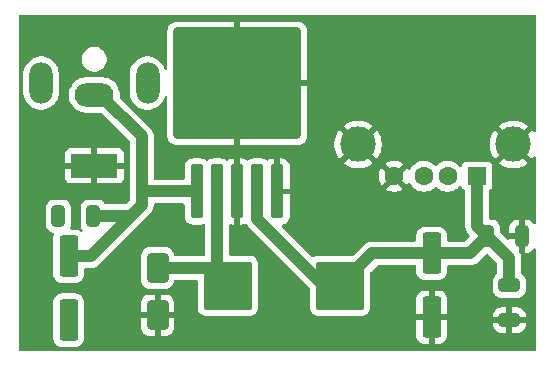
<source format=gbr>
%TF.GenerationSoftware,KiCad,Pcbnew,9.0.3*%
%TF.CreationDate,2025-10-14T12:27:29+02:00*%
%TF.ProjectId,TEST_JLC_PCB,54455354-5f4a-44c4-935f-5043422e6b69,rev?*%
%TF.SameCoordinates,Original*%
%TF.FileFunction,Copper,L1,Top*%
%TF.FilePolarity,Positive*%
%FSLAX46Y46*%
G04 Gerber Fmt 4.6, Leading zero omitted, Abs format (unit mm)*
G04 Created by KiCad (PCBNEW 9.0.3) date 2025-10-14 12:27:29*
%MOMM*%
%LPD*%
G01*
G04 APERTURE LIST*
G04 Aperture macros list*
%AMRoundRect*
0 Rectangle with rounded corners*
0 $1 Rounding radius*
0 $2 $3 $4 $5 $6 $7 $8 $9 X,Y pos of 4 corners*
0 Add a 4 corners polygon primitive as box body*
4,1,4,$2,$3,$4,$5,$6,$7,$8,$9,$2,$3,0*
0 Add four circle primitives for the rounded corners*
1,1,$1+$1,$2,$3*
1,1,$1+$1,$4,$5*
1,1,$1+$1,$6,$7*
1,1,$1+$1,$8,$9*
0 Add four rect primitives between the rounded corners*
20,1,$1+$1,$2,$3,$4,$5,0*
20,1,$1+$1,$4,$5,$6,$7,0*
20,1,$1+$1,$6,$7,$8,$9,0*
20,1,$1+$1,$8,$9,$2,$3,0*%
G04 Aperture macros list end*
%TA.AperFunction,SMDPad,CuDef*%
%ADD10RoundRect,0.250000X0.325000X0.650000X-0.325000X0.650000X-0.325000X-0.650000X0.325000X-0.650000X0*%
%TD*%
%TA.AperFunction,ComponentPad*%
%ADD11R,1.600000X1.500000*%
%TD*%
%TA.AperFunction,ComponentPad*%
%ADD12C,1.600000*%
%TD*%
%TA.AperFunction,ComponentPad*%
%ADD13C,3.000000*%
%TD*%
%TA.AperFunction,SMDPad,CuDef*%
%ADD14RoundRect,0.250000X-0.550000X1.500000X-0.550000X-1.500000X0.550000X-1.500000X0.550000X1.500000X0*%
%TD*%
%TA.AperFunction,ComponentPad*%
%ADD15R,4.000000X2.000000*%
%TD*%
%TA.AperFunction,ComponentPad*%
%ADD16O,3.300000X2.000000*%
%TD*%
%TA.AperFunction,ComponentPad*%
%ADD17O,2.000000X3.500000*%
%TD*%
%TA.AperFunction,SMDPad,CuDef*%
%ADD18RoundRect,0.250000X-0.650000X0.325000X-0.650000X-0.325000X0.650000X-0.325000X0.650000X0.325000X0*%
%TD*%
%TA.AperFunction,SMDPad,CuDef*%
%ADD19RoundRect,0.250002X1.799998X1.799998X-1.799998X1.799998X-1.799998X-1.799998X1.799998X-1.799998X0*%
%TD*%
%TA.AperFunction,SMDPad,CuDef*%
%ADD20RoundRect,0.250000X0.300000X-2.050000X0.300000X2.050000X-0.300000X2.050000X-0.300000X-2.050000X0*%
%TD*%
%TA.AperFunction,SMDPad,CuDef*%
%ADD21RoundRect,0.250002X5.149998X-4.449998X5.149998X4.449998X-5.149998X4.449998X-5.149998X-4.449998X0*%
%TD*%
%TA.AperFunction,SMDPad,CuDef*%
%ADD22RoundRect,0.250000X-0.650000X1.000000X-0.650000X-1.000000X0.650000X-1.000000X0.650000X1.000000X0*%
%TD*%
%TA.AperFunction,SMDPad,CuDef*%
%ADD23RoundRect,0.250000X-0.325000X-0.650000X0.325000X-0.650000X0.325000X0.650000X-0.325000X0.650000X0*%
%TD*%
%TA.AperFunction,Conductor*%
%ADD24C,1.000000*%
%TD*%
G04 APERTURE END LIST*
D10*
%TO.P,C5,1*%
%TO.N,VIN*%
X99135000Y-68170000D03*
%TO.P,C5,2*%
%TO.N,Net-(C1-Pad2)*%
X96185000Y-68170000D03*
%TD*%
D11*
%TO.P,J1,1,VBUS*%
%TO.N,VOUT*%
X131630000Y-64800000D03*
D12*
%TO.P,J1,2,D-*%
%TO.N,unconnected-(J1-D--Pad2)*%
X129130000Y-64800000D03*
%TO.P,J1,3,D+*%
%TO.N,unconnected-(J1-D+-Pad3)*%
X127130000Y-64800000D03*
%TO.P,J1,4,GND*%
%TO.N,GND*%
X124630000Y-64800000D03*
D13*
%TO.P,J1,5,Shield*%
X134700000Y-62090000D03*
X121560000Y-62090000D03*
%TD*%
D14*
%TO.P,C1,1*%
%TO.N,VIN*%
X97060000Y-71570000D03*
%TO.P,C1,2*%
%TO.N,Net-(C1-Pad2)*%
X97060000Y-76970000D03*
%TD*%
D15*
%TO.P,J2,1*%
%TO.N,GND*%
X99230000Y-63900000D03*
D16*
%TO.P,J2,2*%
%TO.N,VIN*%
X99230000Y-57900000D03*
D17*
%TO.P,J2,MP*%
%TO.N,N/C*%
X103730000Y-56900000D03*
X94730000Y-56900000D03*
%TD*%
D18*
%TO.P,C3,1*%
%TO.N,VOUT*%
X134360000Y-74020000D03*
%TO.P,C3,2*%
%TO.N,GND*%
X134360000Y-76970000D03*
%TD*%
D19*
%TO.P,L1,1,1*%
%TO.N,VOUT*%
X120025000Y-74060000D03*
%TO.P,L1,2,2*%
%TO.N,Net-(D1-K)*%
X110525000Y-74060000D03*
%TD*%
D20*
%TO.P,U2,1,VIN*%
%TO.N,VIN*%
X107920000Y-66080000D03*
%TO.P,U2,2,OUT*%
%TO.N,Net-(D1-K)*%
X109620000Y-66080000D03*
%TO.P,U2,3,GND*%
%TO.N,GND*%
X111320000Y-66080000D03*
D21*
X111320000Y-56930000D03*
D20*
%TO.P,U2,4,FB*%
%TO.N,VOUT*%
X113020000Y-66080000D03*
%TO.P,U2,5,~{ON}/OFF*%
%TO.N,GND*%
X114720000Y-66080000D03*
%TD*%
D14*
%TO.P,C2,1*%
%TO.N,VOUT*%
X127780000Y-71320000D03*
%TO.P,C2,2*%
%TO.N,GND*%
X127780000Y-76720000D03*
%TD*%
D22*
%TO.P,D1,1,K*%
%TO.N,Net-(D1-K)*%
X104582500Y-72560000D03*
%TO.P,D1,2,A*%
%TO.N,GND*%
X104582500Y-76560000D03*
%TD*%
D23*
%TO.P,C4,1*%
%TO.N,VOUT*%
X132490000Y-69860000D03*
%TO.P,C4,2*%
%TO.N,GND*%
X135440000Y-69860000D03*
%TD*%
D24*
%TO.N,VOUT*%
X131630000Y-69000000D02*
X132490000Y-69860000D01*
X127780000Y-71320000D02*
X131030000Y-71320000D01*
X122765000Y-71320000D02*
X120025000Y-74060000D01*
X127780000Y-71320000D02*
X122765000Y-71320000D01*
X131630000Y-64800000D02*
X131630000Y-69000000D01*
X131030000Y-71320000D02*
X132490000Y-69860000D01*
X118700000Y-74060000D02*
X120025000Y-74060000D01*
X134360000Y-74020000D02*
X134360000Y-71730000D01*
X113020000Y-68380000D02*
X118700000Y-74060000D01*
X134360000Y-71730000D02*
X132490000Y-69860000D01*
X113020000Y-66080000D02*
X113020000Y-68380000D01*
%TO.N,VIN*%
X97060000Y-71570000D02*
X98920000Y-71570000D01*
X103255000Y-61415000D02*
X103255000Y-66080000D01*
X103255000Y-66080000D02*
X107920000Y-66080000D01*
X98920000Y-71570000D02*
X103255000Y-67235000D01*
X99740000Y-57900000D02*
X103255000Y-61415000D01*
X99135000Y-68170000D02*
X102320000Y-68170000D01*
X99230000Y-57900000D02*
X99740000Y-57900000D01*
X102320000Y-68170000D02*
X103255000Y-67235000D01*
X103255000Y-67235000D02*
X103255000Y-61415000D01*
%TO.N,Net-(D1-K)*%
X109025000Y-72560000D02*
X110525000Y-74060000D01*
X109620000Y-73155000D02*
X109620000Y-66080000D01*
X104582500Y-72560000D02*
X109025000Y-72560000D01*
X110525000Y-74060000D02*
X109620000Y-73155000D01*
%TD*%
%TA.AperFunction,Conductor*%
%TO.N,GND*%
G36*
X136562539Y-51120185D02*
G01*
X136608294Y-51172989D01*
X136619500Y-51224500D01*
X136619500Y-60951898D01*
X136599815Y-61018937D01*
X136547011Y-61064692D01*
X136477853Y-61074636D01*
X136414297Y-61045611D01*
X136388113Y-61013899D01*
X136366506Y-60976476D01*
X136366505Y-60976475D01*
X136279918Y-60863633D01*
X136279917Y-60863633D01*
X135672085Y-61471465D01*
X135577171Y-61340825D01*
X135449175Y-61212829D01*
X135318532Y-61117912D01*
X135926365Y-60510080D01*
X135813524Y-60423494D01*
X135813516Y-60423488D01*
X135586482Y-60292409D01*
X135586471Y-60292404D01*
X135344255Y-60192075D01*
X135091020Y-60124222D01*
X135091009Y-60124220D01*
X134831094Y-60090000D01*
X134568905Y-60090000D01*
X134308990Y-60124220D01*
X134308979Y-60124222D01*
X134055744Y-60192075D01*
X133813528Y-60292404D01*
X133813517Y-60292409D01*
X133586471Y-60423496D01*
X133473633Y-60510079D01*
X133473633Y-60510080D01*
X134081466Y-61117913D01*
X133950825Y-61212829D01*
X133822829Y-61340825D01*
X133727913Y-61471466D01*
X133120080Y-60863633D01*
X133120079Y-60863633D01*
X133033496Y-60976471D01*
X132902409Y-61203517D01*
X132902404Y-61203528D01*
X132802075Y-61445744D01*
X132734222Y-61698979D01*
X132734220Y-61698990D01*
X132700000Y-61958905D01*
X132700000Y-62221094D01*
X132734220Y-62481009D01*
X132734222Y-62481020D01*
X132802075Y-62734255D01*
X132902404Y-62976471D01*
X132902409Y-62976482D01*
X133033488Y-63203516D01*
X133033494Y-63203524D01*
X133120080Y-63316365D01*
X133727912Y-62708532D01*
X133822829Y-62839175D01*
X133950825Y-62967171D01*
X134081465Y-63062086D01*
X133473633Y-63669917D01*
X133473633Y-63669918D01*
X133586475Y-63756505D01*
X133586483Y-63756511D01*
X133813517Y-63887590D01*
X133813528Y-63887595D01*
X134055744Y-63987924D01*
X134308979Y-64055777D01*
X134308990Y-64055779D01*
X134568905Y-64089999D01*
X134568920Y-64090000D01*
X134831080Y-64090000D01*
X134831094Y-64089999D01*
X135091009Y-64055779D01*
X135091020Y-64055777D01*
X135344255Y-63987924D01*
X135586471Y-63887595D01*
X135586482Y-63887590D01*
X135813516Y-63756511D01*
X135813534Y-63756499D01*
X135926365Y-63669919D01*
X135926365Y-63669917D01*
X135318534Y-63062086D01*
X135449175Y-62967171D01*
X135577171Y-62839175D01*
X135672086Y-62708534D01*
X136279917Y-63316365D01*
X136279919Y-63316365D01*
X136366499Y-63203534D01*
X136366510Y-63203517D01*
X136388113Y-63166101D01*
X136438680Y-63117886D01*
X136507287Y-63104662D01*
X136572151Y-63130630D01*
X136612680Y-63187544D01*
X136619500Y-63228101D01*
X136619500Y-68729484D01*
X136599815Y-68796523D01*
X136547011Y-68842278D01*
X136477853Y-68852222D01*
X136414297Y-68823197D01*
X136389961Y-68794581D01*
X136357315Y-68741654D01*
X136233345Y-68617684D01*
X136084124Y-68525643D01*
X136084119Y-68525641D01*
X135917697Y-68470494D01*
X135917690Y-68470493D01*
X135814986Y-68460000D01*
X135690000Y-68460000D01*
X135690000Y-71259999D01*
X135814972Y-71259999D01*
X135814986Y-71259998D01*
X135917697Y-71249505D01*
X136084119Y-71194358D01*
X136084124Y-71194356D01*
X136233345Y-71102315D01*
X136357317Y-70978343D01*
X136389961Y-70925419D01*
X136441908Y-70878694D01*
X136510871Y-70867471D01*
X136574953Y-70895314D01*
X136613810Y-70953383D01*
X136619500Y-70990515D01*
X136619500Y-79495500D01*
X136599815Y-79562539D01*
X136547011Y-79608294D01*
X136495500Y-79619500D01*
X92984500Y-79619500D01*
X92917461Y-79599815D01*
X92871706Y-79547011D01*
X92860500Y-79495500D01*
X92860500Y-75419983D01*
X95759500Y-75419983D01*
X95759500Y-78520001D01*
X95759501Y-78520018D01*
X95770000Y-78622796D01*
X95770001Y-78622799D01*
X95791721Y-78688345D01*
X95825186Y-78789334D01*
X95917288Y-78938656D01*
X96041344Y-79062712D01*
X96190666Y-79154814D01*
X96357203Y-79209999D01*
X96459991Y-79220500D01*
X97660008Y-79220499D01*
X97762797Y-79209999D01*
X97929334Y-79154814D01*
X98078656Y-79062712D01*
X98202712Y-78938656D01*
X98294814Y-78789334D01*
X98349999Y-78622797D01*
X98360500Y-78520009D01*
X98360500Y-77609986D01*
X103182501Y-77609986D01*
X103192994Y-77712697D01*
X103248141Y-77879119D01*
X103248143Y-77879124D01*
X103340184Y-78028345D01*
X103464154Y-78152315D01*
X103613375Y-78244356D01*
X103613380Y-78244358D01*
X103779802Y-78299505D01*
X103779809Y-78299506D01*
X103882519Y-78309999D01*
X104332499Y-78309999D01*
X104832500Y-78309999D01*
X105282472Y-78309999D01*
X105282486Y-78309998D01*
X105385197Y-78299505D01*
X105474279Y-78269986D01*
X126480001Y-78269986D01*
X126490494Y-78372697D01*
X126545641Y-78539119D01*
X126545643Y-78539124D01*
X126637684Y-78688345D01*
X126761654Y-78812315D01*
X126910875Y-78904356D01*
X126910880Y-78904358D01*
X127077302Y-78959505D01*
X127077309Y-78959506D01*
X127180019Y-78969999D01*
X127529999Y-78969999D01*
X128030000Y-78969999D01*
X128379972Y-78969999D01*
X128379986Y-78969998D01*
X128482697Y-78959505D01*
X128649119Y-78904358D01*
X128649124Y-78904356D01*
X128798345Y-78812315D01*
X128922315Y-78688345D01*
X129014356Y-78539124D01*
X129014358Y-78539119D01*
X129069505Y-78372697D01*
X129069506Y-78372690D01*
X129079999Y-78269986D01*
X129080000Y-78269973D01*
X129080000Y-77344986D01*
X132960001Y-77344986D01*
X132970494Y-77447697D01*
X133025641Y-77614119D01*
X133025643Y-77614124D01*
X133117684Y-77763345D01*
X133241654Y-77887315D01*
X133390875Y-77979356D01*
X133390880Y-77979358D01*
X133557302Y-78034505D01*
X133557309Y-78034506D01*
X133660019Y-78044999D01*
X134109999Y-78044999D01*
X134610000Y-78044999D01*
X135059972Y-78044999D01*
X135059986Y-78044998D01*
X135162697Y-78034505D01*
X135329119Y-77979358D01*
X135329124Y-77979356D01*
X135478345Y-77887315D01*
X135602315Y-77763345D01*
X135694356Y-77614124D01*
X135694358Y-77614119D01*
X135749505Y-77447697D01*
X135749506Y-77447690D01*
X135759999Y-77344986D01*
X135760000Y-77344973D01*
X135760000Y-77220000D01*
X134610000Y-77220000D01*
X134610000Y-78044999D01*
X134109999Y-78044999D01*
X134110000Y-78044998D01*
X134110000Y-77220000D01*
X132960001Y-77220000D01*
X132960001Y-77344986D01*
X129080000Y-77344986D01*
X129080000Y-76970000D01*
X128030000Y-76970000D01*
X128030000Y-78969999D01*
X127529999Y-78969999D01*
X127530000Y-78969998D01*
X127530000Y-76970000D01*
X126480001Y-76970000D01*
X126480001Y-78269986D01*
X105474279Y-78269986D01*
X105551619Y-78244358D01*
X105551624Y-78244356D01*
X105700845Y-78152315D01*
X105824815Y-78028345D01*
X105916856Y-77879124D01*
X105916858Y-77879119D01*
X105972005Y-77712697D01*
X105972006Y-77712690D01*
X105982499Y-77609986D01*
X105982500Y-77609973D01*
X105982500Y-76810000D01*
X104832500Y-76810000D01*
X104832500Y-78309999D01*
X104332499Y-78309999D01*
X104332500Y-78309998D01*
X104332500Y-76810000D01*
X103182501Y-76810000D01*
X103182501Y-77609986D01*
X98360500Y-77609986D01*
X98360499Y-75510013D01*
X103182500Y-75510013D01*
X103182500Y-76310000D01*
X104332500Y-76310000D01*
X104832500Y-76310000D01*
X105982499Y-76310000D01*
X105982499Y-75510028D01*
X105982498Y-75510013D01*
X105972005Y-75407302D01*
X105916858Y-75240880D01*
X105916856Y-75240875D01*
X105824815Y-75091654D01*
X105700845Y-74967684D01*
X105551624Y-74875643D01*
X105551619Y-74875641D01*
X105385197Y-74820494D01*
X105385190Y-74820493D01*
X105282486Y-74810000D01*
X104832500Y-74810000D01*
X104832500Y-76310000D01*
X104332500Y-76310000D01*
X104332500Y-74810000D01*
X103882528Y-74810000D01*
X103882512Y-74810001D01*
X103779802Y-74820494D01*
X103613380Y-74875641D01*
X103613375Y-74875643D01*
X103464154Y-74967684D01*
X103340184Y-75091654D01*
X103248143Y-75240875D01*
X103248141Y-75240880D01*
X103192994Y-75407302D01*
X103192993Y-75407309D01*
X103182500Y-75510013D01*
X98360499Y-75510013D01*
X98360499Y-75419992D01*
X98359203Y-75407309D01*
X98349999Y-75317203D01*
X98349998Y-75317200D01*
X98324706Y-75240875D01*
X98294814Y-75150666D01*
X98202712Y-75001344D01*
X98078656Y-74877288D01*
X97975493Y-74813657D01*
X97929336Y-74785187D01*
X97929331Y-74785185D01*
X97927862Y-74784698D01*
X97762797Y-74730001D01*
X97762795Y-74730000D01*
X97660010Y-74719500D01*
X96459998Y-74719500D01*
X96459981Y-74719501D01*
X96357203Y-74730000D01*
X96357200Y-74730001D01*
X96190668Y-74785185D01*
X96190663Y-74785187D01*
X96041342Y-74877289D01*
X95917289Y-75001342D01*
X95825187Y-75150663D01*
X95825185Y-75150668D01*
X95818775Y-75170013D01*
X95770001Y-75317203D01*
X95770001Y-75317204D01*
X95770000Y-75317204D01*
X95759500Y-75419983D01*
X92860500Y-75419983D01*
X92860500Y-67469983D01*
X95109500Y-67469983D01*
X95109500Y-68870001D01*
X95109501Y-68870018D01*
X95120000Y-68972796D01*
X95120001Y-68972799D01*
X95175185Y-69139331D01*
X95175187Y-69139336D01*
X95210069Y-69195888D01*
X95267288Y-69288656D01*
X95391344Y-69412712D01*
X95540666Y-69504814D01*
X95707203Y-69559999D01*
X95732047Y-69562537D01*
X95796739Y-69588932D01*
X95836891Y-69646113D01*
X95839755Y-69715924D01*
X95827939Y-69743977D01*
X95828240Y-69744118D01*
X95825185Y-69750668D01*
X95816413Y-69777140D01*
X95770001Y-69917203D01*
X95770001Y-69917204D01*
X95770000Y-69917204D01*
X95759500Y-70019983D01*
X95759500Y-73120001D01*
X95759501Y-73120018D01*
X95770000Y-73222796D01*
X95770001Y-73222799D01*
X95825185Y-73389331D01*
X95825187Y-73389336D01*
X95860069Y-73445888D01*
X95917288Y-73538656D01*
X96041344Y-73662712D01*
X96190666Y-73754814D01*
X96357203Y-73809999D01*
X96459991Y-73820500D01*
X97660008Y-73820499D01*
X97762797Y-73809999D01*
X97929334Y-73754814D01*
X98078656Y-73662712D01*
X98202712Y-73538656D01*
X98294814Y-73389334D01*
X98349999Y-73222797D01*
X98360500Y-73120009D01*
X98360500Y-72694500D01*
X98380185Y-72627461D01*
X98432989Y-72581706D01*
X98484500Y-72570500D01*
X99018542Y-72570500D01*
X99032832Y-72567657D01*
X99115188Y-72551275D01*
X99211836Y-72532051D01*
X99271978Y-72507139D01*
X99393914Y-72456632D01*
X99557782Y-72347139D01*
X99697139Y-72207782D01*
X99697140Y-72207779D01*
X99704206Y-72200714D01*
X99704209Y-72200710D01*
X102957778Y-68947141D01*
X102957782Y-68947139D01*
X103097139Y-68807782D01*
X103097141Y-68807778D01*
X103455586Y-68449334D01*
X104032140Y-67872781D01*
X104141632Y-67708914D01*
X104217052Y-67526835D01*
X104255500Y-67333540D01*
X104255500Y-67204500D01*
X104275185Y-67137461D01*
X104327989Y-67091706D01*
X104379500Y-67080500D01*
X106745501Y-67080500D01*
X106812540Y-67100185D01*
X106858295Y-67152989D01*
X106869501Y-67204500D01*
X106869501Y-68180018D01*
X106880000Y-68282796D01*
X106880001Y-68282799D01*
X106935185Y-68449331D01*
X106935187Y-68449336D01*
X106953201Y-68478541D01*
X107027288Y-68598656D01*
X107151344Y-68722712D01*
X107300666Y-68814814D01*
X107467203Y-68869999D01*
X107569991Y-68880500D01*
X108270008Y-68880499D01*
X108270016Y-68880498D01*
X108270019Y-68880498D01*
X108326302Y-68874748D01*
X108372797Y-68869999D01*
X108456498Y-68842262D01*
X108526323Y-68839861D01*
X108586365Y-68875592D01*
X108617558Y-68938112D01*
X108619500Y-68959969D01*
X108619500Y-71414787D01*
X108612635Y-71438163D01*
X108609999Y-71462390D01*
X108602966Y-71471093D01*
X108599815Y-71481826D01*
X108581402Y-71497780D01*
X108566086Y-71516736D01*
X108550623Y-71524450D01*
X108547011Y-71527581D01*
X108534505Y-71532493D01*
X108512409Y-71539815D01*
X108471997Y-71553206D01*
X108432994Y-71559500D01*
X106100035Y-71559500D01*
X106032996Y-71539815D01*
X105987241Y-71487011D01*
X105976677Y-71448102D01*
X105975662Y-71438164D01*
X105972499Y-71407203D01*
X105917314Y-71240666D01*
X105825212Y-71091344D01*
X105701156Y-70967288D01*
X105584467Y-70895314D01*
X105551836Y-70875187D01*
X105551831Y-70875185D01*
X105550362Y-70874698D01*
X105385297Y-70820001D01*
X105385295Y-70820000D01*
X105282510Y-70809500D01*
X103882498Y-70809500D01*
X103882481Y-70809501D01*
X103779703Y-70820000D01*
X103779700Y-70820001D01*
X103613168Y-70875185D01*
X103613163Y-70875187D01*
X103463842Y-70967289D01*
X103339789Y-71091342D01*
X103247687Y-71240663D01*
X103247685Y-71240668D01*
X103236335Y-71274920D01*
X103192501Y-71407203D01*
X103192501Y-71407204D01*
X103192500Y-71407204D01*
X103182000Y-71509983D01*
X103182000Y-73610001D01*
X103182001Y-73610018D01*
X103192500Y-73712796D01*
X103192501Y-73712799D01*
X103228190Y-73820499D01*
X103247686Y-73879334D01*
X103339788Y-74028656D01*
X103463844Y-74152712D01*
X103613166Y-74244814D01*
X103779703Y-74299999D01*
X103882491Y-74310500D01*
X105282508Y-74310499D01*
X105385297Y-74299999D01*
X105551834Y-74244814D01*
X105701156Y-74152712D01*
X105825212Y-74028656D01*
X105917314Y-73879334D01*
X105972499Y-73712797D01*
X105976677Y-73671896D01*
X106003073Y-73607207D01*
X106060253Y-73567055D01*
X106100035Y-73560500D01*
X107850500Y-73560500D01*
X107917539Y-73580185D01*
X107963294Y-73632989D01*
X107974500Y-73684500D01*
X107974500Y-75909999D01*
X107974501Y-75910016D01*
X107985000Y-76012795D01*
X107985001Y-76012798D01*
X108039298Y-76176654D01*
X108040186Y-76179333D01*
X108132289Y-76328655D01*
X108256345Y-76452711D01*
X108405667Y-76544814D01*
X108572204Y-76599999D01*
X108674993Y-76610500D01*
X112375006Y-76610499D01*
X112477796Y-76599999D01*
X112644333Y-76544814D01*
X112793655Y-76452711D01*
X112917711Y-76328655D01*
X113009814Y-76179333D01*
X113064999Y-76012796D01*
X113075500Y-75910007D01*
X113075499Y-72209994D01*
X113064999Y-72107204D01*
X113009814Y-71940667D01*
X112917711Y-71791345D01*
X112793655Y-71667289D01*
X112644333Y-71575186D01*
X112477796Y-71520001D01*
X112477794Y-71520000D01*
X112375014Y-71509500D01*
X112375007Y-71509500D01*
X110744500Y-71509500D01*
X110677461Y-71489815D01*
X110631706Y-71437011D01*
X110620500Y-71385500D01*
X110620500Y-68959443D01*
X110640185Y-68892404D01*
X110692989Y-68846649D01*
X110762147Y-68836705D01*
X110783504Y-68841737D01*
X110867302Y-68869505D01*
X110867309Y-68869506D01*
X110970019Y-68879999D01*
X111070000Y-68879998D01*
X111070000Y-63280000D01*
X111570000Y-63280000D01*
X111570000Y-68879999D01*
X111669972Y-68879999D01*
X111669986Y-68879998D01*
X111772697Y-68869505D01*
X111939119Y-68814358D01*
X111939125Y-68814355D01*
X111957031Y-68803311D01*
X112024423Y-68784870D01*
X112091087Y-68805791D01*
X112131489Y-68850399D01*
X112133369Y-68853916D01*
X112242860Y-69017781D01*
X112242863Y-69017785D01*
X112386537Y-69161459D01*
X112386559Y-69161479D01*
X117438181Y-74213101D01*
X117471666Y-74274424D01*
X117474500Y-74300782D01*
X117474500Y-75909999D01*
X117474501Y-75910016D01*
X117485000Y-76012795D01*
X117485001Y-76012798D01*
X117539298Y-76176654D01*
X117540186Y-76179333D01*
X117632289Y-76328655D01*
X117756345Y-76452711D01*
X117905667Y-76544814D01*
X118072204Y-76599999D01*
X118174993Y-76610500D01*
X121875006Y-76610499D01*
X121977796Y-76599999D01*
X121992843Y-76595013D01*
X132960000Y-76595013D01*
X132960000Y-76720000D01*
X134110000Y-76720000D01*
X134610000Y-76720000D01*
X135759999Y-76720000D01*
X135759999Y-76595028D01*
X135759998Y-76595013D01*
X135749505Y-76492302D01*
X135694358Y-76325880D01*
X135694356Y-76325875D01*
X135602315Y-76176654D01*
X135478345Y-76052684D01*
X135329124Y-75960643D01*
X135329119Y-75960641D01*
X135162697Y-75905494D01*
X135162690Y-75905493D01*
X135059986Y-75895000D01*
X134610000Y-75895000D01*
X134610000Y-76720000D01*
X134110000Y-76720000D01*
X134110000Y-75895000D01*
X133660028Y-75895000D01*
X133660012Y-75895001D01*
X133557302Y-75905494D01*
X133390880Y-75960641D01*
X133390875Y-75960643D01*
X133241654Y-76052684D01*
X133117684Y-76176654D01*
X133025643Y-76325875D01*
X133025641Y-76325880D01*
X132970494Y-76492302D01*
X132970493Y-76492309D01*
X132960000Y-76595013D01*
X121992843Y-76595013D01*
X122144333Y-76544814D01*
X122293655Y-76452711D01*
X122417711Y-76328655D01*
X122509814Y-76179333D01*
X122564999Y-76012796D01*
X122575500Y-75910007D01*
X122575500Y-75170013D01*
X126480000Y-75170013D01*
X126480000Y-76470000D01*
X127530000Y-76470000D01*
X128030000Y-76470000D01*
X129079999Y-76470000D01*
X129079999Y-75170028D01*
X129079998Y-75170013D01*
X129069505Y-75067302D01*
X129014358Y-74900880D01*
X129014356Y-74900875D01*
X128922315Y-74751654D01*
X128798345Y-74627684D01*
X128649124Y-74535643D01*
X128649119Y-74535641D01*
X128482697Y-74480494D01*
X128482690Y-74480493D01*
X128379986Y-74470000D01*
X128030000Y-74470000D01*
X128030000Y-76470000D01*
X127530000Y-76470000D01*
X127530000Y-74470000D01*
X127180028Y-74470000D01*
X127180012Y-74470001D01*
X127077302Y-74480494D01*
X126910880Y-74535641D01*
X126910875Y-74535643D01*
X126761654Y-74627684D01*
X126637684Y-74751654D01*
X126545643Y-74900875D01*
X126545641Y-74900880D01*
X126490494Y-75067302D01*
X126490493Y-75067309D01*
X126480000Y-75170013D01*
X122575500Y-75170013D01*
X122575499Y-74395019D01*
X122575499Y-72975782D01*
X122595184Y-72908743D01*
X122611818Y-72888101D01*
X123143101Y-72356819D01*
X123204424Y-72323334D01*
X123230782Y-72320500D01*
X126355501Y-72320500D01*
X126422540Y-72340185D01*
X126468295Y-72392989D01*
X126479501Y-72444500D01*
X126479501Y-72870018D01*
X126490000Y-72972796D01*
X126490001Y-72972799D01*
X126508760Y-73029409D01*
X126545186Y-73139334D01*
X126637288Y-73288656D01*
X126761344Y-73412712D01*
X126910666Y-73504814D01*
X127077203Y-73559999D01*
X127179991Y-73570500D01*
X128380008Y-73570499D01*
X128482797Y-73559999D01*
X128649334Y-73504814D01*
X128798656Y-73412712D01*
X128922712Y-73288656D01*
X129014814Y-73139334D01*
X129069999Y-72972797D01*
X129080500Y-72870009D01*
X129080500Y-72444500D01*
X129100185Y-72377461D01*
X129152989Y-72331706D01*
X129204500Y-72320500D01*
X131128542Y-72320500D01*
X131159566Y-72314328D01*
X131225188Y-72301275D01*
X131321836Y-72282051D01*
X131375165Y-72259961D01*
X131503914Y-72206632D01*
X131667782Y-72097139D01*
X131807139Y-71957782D01*
X131807140Y-71957779D01*
X131814206Y-71950714D01*
X131814209Y-71950710D01*
X132402320Y-71362598D01*
X132463641Y-71329115D01*
X132533333Y-71334099D01*
X132577677Y-71362598D01*
X133006423Y-71791343D01*
X133323181Y-72108101D01*
X133356666Y-72169424D01*
X133359500Y-72195782D01*
X133359500Y-72960201D01*
X133339815Y-73027240D01*
X133300598Y-73065739D01*
X133241344Y-73102287D01*
X133117289Y-73226342D01*
X133025187Y-73375663D01*
X133025186Y-73375666D01*
X132970001Y-73542203D01*
X132970001Y-73542204D01*
X132970000Y-73542204D01*
X132959500Y-73644983D01*
X132959500Y-74395001D01*
X132959501Y-74395019D01*
X132970000Y-74497796D01*
X132970001Y-74497799D01*
X133013041Y-74627684D01*
X133025186Y-74664334D01*
X133117288Y-74813656D01*
X133241344Y-74937712D01*
X133390666Y-75029814D01*
X133557203Y-75084999D01*
X133659991Y-75095500D01*
X135060008Y-75095499D01*
X135162797Y-75084999D01*
X135329334Y-75029814D01*
X135478656Y-74937712D01*
X135602712Y-74813656D01*
X135694814Y-74664334D01*
X135749999Y-74497797D01*
X135760500Y-74395009D01*
X135760499Y-73644992D01*
X135756926Y-73610018D01*
X135749999Y-73542203D01*
X135749998Y-73542200D01*
X135737609Y-73504812D01*
X135694814Y-73375666D01*
X135602712Y-73226344D01*
X135478656Y-73102288D01*
X135478655Y-73102287D01*
X135419402Y-73065739D01*
X135372678Y-73013791D01*
X135360500Y-72960201D01*
X135360500Y-71631459D01*
X135360499Y-71631456D01*
X135356597Y-71611836D01*
X135349307Y-71575186D01*
X135322051Y-71438164D01*
X135255777Y-71278165D01*
X135246632Y-71256086D01*
X135208729Y-71199361D01*
X135206774Y-71195994D01*
X135199339Y-71165691D01*
X135190020Y-71135928D01*
X135190000Y-71133715D01*
X135190000Y-70110000D01*
X134365000Y-70110000D01*
X134347640Y-70127360D01*
X134286317Y-70160844D01*
X134216625Y-70155859D01*
X134172279Y-70127359D01*
X133601818Y-69556898D01*
X133568333Y-69495575D01*
X133565499Y-69469217D01*
X133565499Y-69160013D01*
X134365000Y-69160013D01*
X134365000Y-69610000D01*
X135190000Y-69610000D01*
X135190000Y-68460000D01*
X135065027Y-68460000D01*
X135065012Y-68460001D01*
X134962302Y-68470494D01*
X134795880Y-68525641D01*
X134795875Y-68525643D01*
X134646654Y-68617684D01*
X134522684Y-68741654D01*
X134430643Y-68890875D01*
X134430641Y-68890880D01*
X134375494Y-69057302D01*
X134375493Y-69057309D01*
X134365000Y-69160013D01*
X133565499Y-69160013D01*
X133565499Y-69159998D01*
X133565498Y-69159981D01*
X133554999Y-69057203D01*
X133554998Y-69057200D01*
X133541936Y-69017781D01*
X133499814Y-68890666D01*
X133407712Y-68741344D01*
X133283656Y-68617288D01*
X133134334Y-68525186D01*
X132967797Y-68470001D01*
X132967795Y-68470000D01*
X132865016Y-68459500D01*
X132865009Y-68459500D01*
X132754500Y-68459500D01*
X132687461Y-68439815D01*
X132641706Y-68387011D01*
X132630500Y-68335500D01*
X132630500Y-66087180D01*
X132650185Y-66020141D01*
X132680187Y-65987914D01*
X132787546Y-65907546D01*
X132873796Y-65792331D01*
X132924091Y-65657483D01*
X132930500Y-65597873D01*
X132930499Y-64002128D01*
X132924091Y-63942517D01*
X132903606Y-63887595D01*
X132873797Y-63807671D01*
X132873796Y-63807669D01*
X132801181Y-63710668D01*
X132790406Y-63696275D01*
X132790406Y-63696273D01*
X132787547Y-63692455D01*
X132787544Y-63692452D01*
X132672335Y-63606206D01*
X132672328Y-63606202D01*
X132537482Y-63555908D01*
X132537483Y-63555908D01*
X132477883Y-63549501D01*
X132477881Y-63549500D01*
X132477873Y-63549500D01*
X132477864Y-63549500D01*
X130782129Y-63549500D01*
X130782123Y-63549501D01*
X130722516Y-63555908D01*
X130587671Y-63606202D01*
X130587664Y-63606206D01*
X130472455Y-63692452D01*
X130472452Y-63692455D01*
X130386206Y-63807664D01*
X130386202Y-63807671D01*
X130341530Y-63927445D01*
X130299659Y-63983379D01*
X130234195Y-64007796D01*
X130165922Y-63992944D01*
X130125029Y-63956996D01*
X130121969Y-63952784D01*
X129977213Y-63808028D01*
X129811613Y-63687715D01*
X129811612Y-63687714D01*
X129811610Y-63687713D01*
X129737594Y-63650000D01*
X129629223Y-63594781D01*
X129434534Y-63531522D01*
X129259995Y-63503878D01*
X129232352Y-63499500D01*
X129027648Y-63499500D01*
X129003329Y-63503351D01*
X128825465Y-63531522D01*
X128630776Y-63594781D01*
X128448386Y-63687715D01*
X128282786Y-63808028D01*
X128282782Y-63808032D01*
X128217681Y-63873134D01*
X128156358Y-63906619D01*
X128086666Y-63901635D01*
X128042319Y-63873134D01*
X127977213Y-63808028D01*
X127811613Y-63687715D01*
X127811612Y-63687714D01*
X127811610Y-63687713D01*
X127737594Y-63650000D01*
X127629223Y-63594781D01*
X127434534Y-63531522D01*
X127259995Y-63503878D01*
X127232352Y-63499500D01*
X127027648Y-63499500D01*
X127003329Y-63503351D01*
X126825465Y-63531522D01*
X126630776Y-63594781D01*
X126448386Y-63687715D01*
X126282786Y-63808028D01*
X126138028Y-63952786D01*
X126017714Y-64118386D01*
X125990203Y-64172379D01*
X125942227Y-64223174D01*
X125874406Y-64239968D01*
X125808272Y-64217429D01*
X125769234Y-64172376D01*
X125741861Y-64118652D01*
X125709474Y-64074077D01*
X125709474Y-64074076D01*
X125092550Y-64691001D01*
X125072630Y-64616657D01*
X125010095Y-64508343D01*
X124921657Y-64419905D01*
X124813343Y-64357370D01*
X124738996Y-64337449D01*
X125355922Y-63720524D01*
X125355921Y-63720523D01*
X125311359Y-63688147D01*
X125311350Y-63688141D01*
X125129031Y-63595244D01*
X124934417Y-63532009D01*
X124732317Y-63500000D01*
X124527683Y-63500000D01*
X124325582Y-63532009D01*
X124130968Y-63595244D01*
X123948644Y-63688143D01*
X123904077Y-63720523D01*
X123904077Y-63720524D01*
X124521003Y-64337449D01*
X124446657Y-64357370D01*
X124338343Y-64419905D01*
X124249905Y-64508343D01*
X124187370Y-64616657D01*
X124167449Y-64691002D01*
X123550524Y-64074077D01*
X123550523Y-64074077D01*
X123518143Y-64118644D01*
X123425244Y-64300968D01*
X123362009Y-64495582D01*
X123330000Y-64697682D01*
X123330000Y-64902317D01*
X123362009Y-65104417D01*
X123425244Y-65299031D01*
X123518141Y-65481350D01*
X123518147Y-65481359D01*
X123550523Y-65525921D01*
X123550524Y-65525922D01*
X124167449Y-64908997D01*
X124187370Y-64983343D01*
X124249905Y-65091657D01*
X124338343Y-65180095D01*
X124446657Y-65242630D01*
X124521002Y-65262550D01*
X123904076Y-65879474D01*
X123948650Y-65911859D01*
X124130968Y-66004755D01*
X124325582Y-66067990D01*
X124527683Y-66100000D01*
X124732317Y-66100000D01*
X124934417Y-66067990D01*
X125129031Y-66004755D01*
X125311349Y-65911859D01*
X125355921Y-65879474D01*
X124738997Y-65262550D01*
X124813343Y-65242630D01*
X124921657Y-65180095D01*
X125010095Y-65091657D01*
X125072630Y-64983343D01*
X125092550Y-64908997D01*
X125709474Y-65525921D01*
X125741859Y-65481349D01*
X125769233Y-65427624D01*
X125817207Y-65376827D01*
X125885028Y-65360031D01*
X125951163Y-65382567D01*
X125990203Y-65427621D01*
X126017713Y-65481611D01*
X126138028Y-65647213D01*
X126282786Y-65791971D01*
X126403226Y-65879474D01*
X126448390Y-65912287D01*
X126564607Y-65971503D01*
X126630776Y-66005218D01*
X126630778Y-66005218D01*
X126630781Y-66005220D01*
X126735137Y-66039127D01*
X126825465Y-66068477D01*
X126898218Y-66080000D01*
X127027648Y-66100500D01*
X127027649Y-66100500D01*
X127232351Y-66100500D01*
X127232352Y-66100500D01*
X127434534Y-66068477D01*
X127629219Y-66005220D01*
X127811610Y-65912287D01*
X127904590Y-65844732D01*
X127977213Y-65791971D01*
X127977215Y-65791968D01*
X127977219Y-65791966D01*
X128042319Y-65726866D01*
X128103642Y-65693381D01*
X128173334Y-65698365D01*
X128217681Y-65726866D01*
X128282786Y-65791971D01*
X128403226Y-65879474D01*
X128448390Y-65912287D01*
X128564607Y-65971503D01*
X128630776Y-66005218D01*
X128630778Y-66005218D01*
X128630781Y-66005220D01*
X128735137Y-66039127D01*
X128825465Y-66068477D01*
X128898218Y-66080000D01*
X129027648Y-66100500D01*
X129027649Y-66100500D01*
X129232351Y-66100500D01*
X129232352Y-66100500D01*
X129434534Y-66068477D01*
X129629219Y-66005220D01*
X129811610Y-65912287D01*
X129904590Y-65844732D01*
X129977213Y-65791971D01*
X129977215Y-65791968D01*
X129977219Y-65791966D01*
X130121966Y-65647219D01*
X130125025Y-65643009D01*
X130180352Y-65600339D01*
X130249965Y-65594355D01*
X130311762Y-65626957D01*
X130341530Y-65672554D01*
X130386202Y-65792328D01*
X130386206Y-65792335D01*
X130451439Y-65879474D01*
X130472454Y-65907546D01*
X130579811Y-65987914D01*
X130621682Y-66043847D01*
X130629500Y-66087180D01*
X130629500Y-69098544D01*
X130667947Y-69291829D01*
X130667948Y-69291833D01*
X130667949Y-69291836D01*
X130683758Y-69330000D01*
X130683758Y-69330001D01*
X130743364Y-69473906D01*
X130743371Y-69473919D01*
X130852859Y-69637780D01*
X130852860Y-69637781D01*
X130852861Y-69637782D01*
X130987399Y-69772320D01*
X131020883Y-69833641D01*
X131015899Y-69903333D01*
X130987398Y-69947681D01*
X130651899Y-70283181D01*
X130590576Y-70316666D01*
X130564218Y-70319500D01*
X129204499Y-70319500D01*
X129137460Y-70299815D01*
X129091705Y-70247011D01*
X129080499Y-70195500D01*
X129080499Y-69769998D01*
X129080498Y-69769981D01*
X129069999Y-69667203D01*
X129069998Y-69667200D01*
X129063010Y-69646113D01*
X129014814Y-69500666D01*
X128922712Y-69351344D01*
X128798656Y-69227288D01*
X128656069Y-69139340D01*
X128649336Y-69135187D01*
X128649331Y-69135185D01*
X128647862Y-69134698D01*
X128482797Y-69080001D01*
X128482795Y-69080000D01*
X128380010Y-69069500D01*
X127179998Y-69069500D01*
X127179981Y-69069501D01*
X127077203Y-69080000D01*
X127077200Y-69080001D01*
X126910668Y-69135185D01*
X126910663Y-69135187D01*
X126761342Y-69227289D01*
X126637289Y-69351342D01*
X126545187Y-69500663D01*
X126545185Y-69500668D01*
X126525525Y-69559998D01*
X126490001Y-69667203D01*
X126490001Y-69667204D01*
X126490000Y-69667204D01*
X126479500Y-69769983D01*
X126479500Y-70195500D01*
X126459815Y-70262539D01*
X126407011Y-70308294D01*
X126355500Y-70319500D01*
X122666457Y-70319500D01*
X122593996Y-70333914D01*
X122593995Y-70333914D01*
X122473167Y-70357947D01*
X122473159Y-70357950D01*
X122419834Y-70380037D01*
X122419834Y-70380038D01*
X122374315Y-70398892D01*
X122291089Y-70433366D01*
X122291079Y-70433371D01*
X122127219Y-70542859D01*
X122057540Y-70612538D01*
X121987861Y-70682218D01*
X121987858Y-70682221D01*
X121196897Y-71473181D01*
X121135574Y-71506666D01*
X121109216Y-71509500D01*
X118175000Y-71509500D01*
X118174983Y-71509501D01*
X118072204Y-71520000D01*
X118072201Y-71520001D01*
X117905669Y-71575185D01*
X117905660Y-71575189D01*
X117818679Y-71628840D01*
X117751287Y-71647280D01*
X117684623Y-71626357D01*
X117665902Y-71610982D01*
X115128371Y-69073451D01*
X115094886Y-69012128D01*
X115099870Y-68942436D01*
X115141742Y-68886503D01*
X115177048Y-68868064D01*
X115339119Y-68814358D01*
X115339124Y-68814356D01*
X115488345Y-68722315D01*
X115612315Y-68598345D01*
X115704356Y-68449124D01*
X115704358Y-68449119D01*
X115759505Y-68282697D01*
X115759506Y-68282690D01*
X115769999Y-68179986D01*
X115770000Y-68179973D01*
X115770000Y-66330000D01*
X114844000Y-66330000D01*
X114776961Y-66310315D01*
X114731206Y-66257511D01*
X114720000Y-66206000D01*
X114720000Y-66080000D01*
X114594000Y-66080000D01*
X114526961Y-66060315D01*
X114481206Y-66007511D01*
X114470000Y-65956000D01*
X114470000Y-65830000D01*
X114970000Y-65830000D01*
X115769999Y-65830000D01*
X115769999Y-63980028D01*
X115769998Y-63980013D01*
X115759505Y-63877302D01*
X115704358Y-63710880D01*
X115704354Y-63710871D01*
X115689669Y-63687063D01*
X115689668Y-63687062D01*
X115612315Y-63561654D01*
X115488345Y-63437684D01*
X115339124Y-63345643D01*
X115339119Y-63345641D01*
X115172697Y-63290494D01*
X115172690Y-63290493D01*
X115069986Y-63280000D01*
X114970000Y-63280000D01*
X114970000Y-65830000D01*
X114470000Y-65830000D01*
X114470000Y-63279999D01*
X114370028Y-63280000D01*
X114370012Y-63280001D01*
X114267302Y-63290494D01*
X114100880Y-63345641D01*
X114100875Y-63345643D01*
X113951649Y-63437687D01*
X113947305Y-63441122D01*
X113882507Y-63467255D01*
X113813866Y-63454207D01*
X113793497Y-63441116D01*
X113788660Y-63437292D01*
X113788656Y-63437288D01*
X113639334Y-63345186D01*
X113472797Y-63290001D01*
X113472795Y-63290000D01*
X113370010Y-63279500D01*
X112669998Y-63279500D01*
X112669980Y-63279501D01*
X112567203Y-63290000D01*
X112567200Y-63290001D01*
X112400668Y-63345185D01*
X112400663Y-63345187D01*
X112311798Y-63400000D01*
X112251344Y-63437288D01*
X112251343Y-63437288D01*
X112251330Y-63437297D01*
X112246487Y-63441126D01*
X112181687Y-63467256D01*
X112113047Y-63454204D01*
X112092683Y-63441114D01*
X112088346Y-63437684D01*
X111939124Y-63345643D01*
X111939119Y-63345641D01*
X111772697Y-63290494D01*
X111772690Y-63290493D01*
X111669986Y-63280000D01*
X111570000Y-63280000D01*
X111070000Y-63280000D01*
X111070000Y-63279999D01*
X110970028Y-63280000D01*
X110970012Y-63280001D01*
X110867302Y-63290494D01*
X110700880Y-63345641D01*
X110700875Y-63345643D01*
X110551649Y-63437687D01*
X110547305Y-63441122D01*
X110482507Y-63467255D01*
X110413866Y-63454207D01*
X110393497Y-63441116D01*
X110388660Y-63437292D01*
X110388656Y-63437288D01*
X110239334Y-63345186D01*
X110072797Y-63290001D01*
X110072795Y-63290000D01*
X109970010Y-63279500D01*
X109269998Y-63279500D01*
X109269980Y-63279501D01*
X109167203Y-63290000D01*
X109167200Y-63290001D01*
X109000668Y-63345185D01*
X109000663Y-63345187D01*
X108851342Y-63437289D01*
X108846909Y-63440795D01*
X108782113Y-63466934D01*
X108713471Y-63453892D01*
X108693091Y-63440795D01*
X108688657Y-63437289D01*
X108688656Y-63437288D01*
X108539334Y-63345186D01*
X108372797Y-63290001D01*
X108372795Y-63290000D01*
X108270010Y-63279500D01*
X107569998Y-63279500D01*
X107569980Y-63279501D01*
X107467203Y-63290000D01*
X107467200Y-63290001D01*
X107300668Y-63345185D01*
X107300663Y-63345187D01*
X107151342Y-63437289D01*
X107027289Y-63561342D01*
X106935187Y-63710663D01*
X106935185Y-63710668D01*
X106931919Y-63720524D01*
X106880001Y-63877203D01*
X106880001Y-63877204D01*
X106880000Y-63877204D01*
X106869500Y-63979983D01*
X106869500Y-64955500D01*
X106849815Y-65022539D01*
X106797011Y-65068294D01*
X106745500Y-65079500D01*
X104379500Y-65079500D01*
X104312461Y-65059815D01*
X104266706Y-65007011D01*
X104255500Y-64955500D01*
X104255500Y-61316458D01*
X104255499Y-61316457D01*
X104249121Y-61284389D01*
X104217052Y-61123165D01*
X104141632Y-60941086D01*
X104141631Y-60941085D01*
X104141628Y-60941079D01*
X104032140Y-60777219D01*
X104032137Y-60777215D01*
X101410478Y-58155558D01*
X101376993Y-58094235D01*
X101375686Y-58048484D01*
X101380500Y-58018092D01*
X101380500Y-57781908D01*
X101380500Y-57781902D01*
X101343553Y-57548631D01*
X101270566Y-57324003D01*
X101163342Y-57113566D01*
X101024517Y-56922490D01*
X100857510Y-56755483D01*
X100666433Y-56616657D01*
X100455996Y-56509433D01*
X100231368Y-56436446D01*
X99998097Y-56399500D01*
X99998092Y-56399500D01*
X98461908Y-56399500D01*
X98461903Y-56399500D01*
X98228631Y-56436446D01*
X98004003Y-56509433D01*
X97793566Y-56616657D01*
X97706383Y-56680000D01*
X97602490Y-56755483D01*
X97602488Y-56755485D01*
X97602487Y-56755485D01*
X97435485Y-56922487D01*
X97435485Y-56922488D01*
X97435483Y-56922490D01*
X97375862Y-57004550D01*
X97296657Y-57113566D01*
X97189433Y-57324003D01*
X97116446Y-57548631D01*
X97079500Y-57781902D01*
X97079500Y-58018097D01*
X97116446Y-58251368D01*
X97189433Y-58475996D01*
X97266635Y-58627512D01*
X97296657Y-58686433D01*
X97435483Y-58877510D01*
X97602490Y-59044517D01*
X97793567Y-59183343D01*
X97892991Y-59234002D01*
X98004003Y-59290566D01*
X98004005Y-59290566D01*
X98004008Y-59290568D01*
X98124412Y-59329689D01*
X98228631Y-59363553D01*
X98461903Y-59400500D01*
X98461908Y-59400500D01*
X99774218Y-59400500D01*
X99841257Y-59420185D01*
X99861899Y-59436819D01*
X102218181Y-61793101D01*
X102251666Y-61854424D01*
X102254500Y-61880782D01*
X102254500Y-66769217D01*
X102234815Y-66836256D01*
X102218181Y-66856898D01*
X102033029Y-67042051D01*
X101941899Y-67133181D01*
X101880576Y-67166666D01*
X101854218Y-67169500D01*
X100194798Y-67169500D01*
X100127759Y-67149815D01*
X100089259Y-67110597D01*
X100077607Y-67091706D01*
X100052712Y-67051344D01*
X99928656Y-66927288D01*
X99779334Y-66835186D01*
X99612797Y-66780001D01*
X99612795Y-66780000D01*
X99510010Y-66769500D01*
X98759998Y-66769500D01*
X98759980Y-66769501D01*
X98657203Y-66780000D01*
X98657200Y-66780001D01*
X98490668Y-66835185D01*
X98490663Y-66835187D01*
X98341342Y-66927289D01*
X98217289Y-67051342D01*
X98125187Y-67200663D01*
X98125185Y-67200668D01*
X98097349Y-67284670D01*
X98070001Y-67367203D01*
X98070001Y-67367204D01*
X98070000Y-67367204D01*
X98059500Y-67469983D01*
X98059500Y-68870001D01*
X98059501Y-68870018D01*
X98070000Y-68972796D01*
X98070001Y-68972799D01*
X98125185Y-69139331D01*
X98125189Y-69139340D01*
X98215552Y-69285843D01*
X98233992Y-69353235D01*
X98213069Y-69419899D01*
X98159427Y-69464668D01*
X98090096Y-69473329D01*
X98044919Y-69456479D01*
X97929334Y-69385186D01*
X97762797Y-69330001D01*
X97762795Y-69330000D01*
X97660016Y-69319500D01*
X97660009Y-69319500D01*
X97305442Y-69319500D01*
X97238403Y-69299815D01*
X97192648Y-69247011D01*
X97182704Y-69177853D01*
X97193059Y-69143097D01*
X97194809Y-69139340D01*
X97194814Y-69139334D01*
X97249999Y-68972797D01*
X97260500Y-68870009D01*
X97260499Y-67469992D01*
X97249999Y-67367203D01*
X97194814Y-67200666D01*
X97102712Y-67051344D01*
X96978656Y-66927288D01*
X96829334Y-66835186D01*
X96662797Y-66780001D01*
X96662795Y-66780000D01*
X96560010Y-66769500D01*
X95809998Y-66769500D01*
X95809980Y-66769501D01*
X95707203Y-66780000D01*
X95707200Y-66780001D01*
X95540668Y-66835185D01*
X95540663Y-66835187D01*
X95391342Y-66927289D01*
X95267289Y-67051342D01*
X95175187Y-67200663D01*
X95175185Y-67200668D01*
X95147349Y-67284670D01*
X95120001Y-67367203D01*
X95120001Y-67367204D01*
X95120000Y-67367204D01*
X95109500Y-67469983D01*
X92860500Y-67469983D01*
X92860500Y-62852155D01*
X96730000Y-62852155D01*
X96730000Y-63650000D01*
X97796988Y-63650000D01*
X97764075Y-63707007D01*
X97730000Y-63834174D01*
X97730000Y-63965826D01*
X97764075Y-64092993D01*
X97796988Y-64150000D01*
X96730000Y-64150000D01*
X96730000Y-64947844D01*
X96736401Y-65007372D01*
X96736403Y-65007379D01*
X96786645Y-65142086D01*
X96786649Y-65142093D01*
X96872809Y-65257187D01*
X96872812Y-65257190D01*
X96987906Y-65343350D01*
X96987913Y-65343354D01*
X97122620Y-65393596D01*
X97122627Y-65393598D01*
X97182155Y-65399999D01*
X97182172Y-65400000D01*
X98980000Y-65400000D01*
X98980000Y-64400000D01*
X99480000Y-64400000D01*
X99480000Y-65400000D01*
X101277828Y-65400000D01*
X101277844Y-65399999D01*
X101337372Y-65393598D01*
X101337379Y-65393596D01*
X101472086Y-65343354D01*
X101472093Y-65343350D01*
X101587187Y-65257190D01*
X101587190Y-65257187D01*
X101673350Y-65142093D01*
X101673354Y-65142086D01*
X101723596Y-65007379D01*
X101723598Y-65007372D01*
X101729999Y-64947844D01*
X101730000Y-64947827D01*
X101730000Y-64150000D01*
X100663012Y-64150000D01*
X100695925Y-64092993D01*
X100730000Y-63965826D01*
X100730000Y-63834174D01*
X100695925Y-63707007D01*
X100663012Y-63650000D01*
X101730000Y-63650000D01*
X101730000Y-62852172D01*
X101729999Y-62852155D01*
X101723598Y-62792627D01*
X101723596Y-62792620D01*
X101673354Y-62657913D01*
X101673350Y-62657906D01*
X101587190Y-62542812D01*
X101587187Y-62542809D01*
X101472093Y-62456649D01*
X101472086Y-62456645D01*
X101337379Y-62406403D01*
X101337372Y-62406401D01*
X101277844Y-62400000D01*
X99480000Y-62400000D01*
X99480000Y-63400000D01*
X98980000Y-63400000D01*
X98980000Y-62400000D01*
X97182155Y-62400000D01*
X97122627Y-62406401D01*
X97122620Y-62406403D01*
X96987913Y-62456645D01*
X96987906Y-62456649D01*
X96872812Y-62542809D01*
X96872809Y-62542812D01*
X96786649Y-62657906D01*
X96786645Y-62657913D01*
X96736403Y-62792620D01*
X96736401Y-62792627D01*
X96730000Y-62852155D01*
X92860500Y-62852155D01*
X92860500Y-56031902D01*
X93229500Y-56031902D01*
X93229500Y-57768097D01*
X93266446Y-58001368D01*
X93339433Y-58225996D01*
X93446657Y-58436433D01*
X93585483Y-58627510D01*
X93752490Y-58794517D01*
X93943567Y-58933343D01*
X94042991Y-58984002D01*
X94154003Y-59040566D01*
X94154005Y-59040566D01*
X94154008Y-59040568D01*
X94274412Y-59079689D01*
X94378631Y-59113553D01*
X94611903Y-59150500D01*
X94611908Y-59150500D01*
X94848097Y-59150500D01*
X95081368Y-59113553D01*
X95305992Y-59040568D01*
X95516433Y-58933343D01*
X95707510Y-58794517D01*
X95874517Y-58627510D01*
X96013343Y-58436433D01*
X96120568Y-58225992D01*
X96193553Y-58001368D01*
X96199448Y-57964148D01*
X96230500Y-57768097D01*
X96230500Y-56031902D01*
X102229500Y-56031902D01*
X102229500Y-57768097D01*
X102266446Y-58001368D01*
X102339433Y-58225996D01*
X102446657Y-58436433D01*
X102585483Y-58627510D01*
X102752490Y-58794517D01*
X102943567Y-58933343D01*
X103042991Y-58984002D01*
X103154003Y-59040566D01*
X103154005Y-59040566D01*
X103154008Y-59040568D01*
X103274412Y-59079689D01*
X103378631Y-59113553D01*
X103611903Y-59150500D01*
X103611908Y-59150500D01*
X103848097Y-59150500D01*
X104081368Y-59113553D01*
X104305992Y-59040568D01*
X104516433Y-58933343D01*
X104707510Y-58794517D01*
X104874517Y-58627510D01*
X105013343Y-58436433D01*
X105120568Y-58225992D01*
X105178069Y-58049021D01*
X105217507Y-57991346D01*
X105281865Y-57964148D01*
X105350712Y-57976063D01*
X105402187Y-58023307D01*
X105420000Y-58087340D01*
X105420000Y-61429969D01*
X105420001Y-61429985D01*
X105430494Y-61532695D01*
X105485641Y-61699117D01*
X105485643Y-61699122D01*
X105577684Y-61848344D01*
X105701655Y-61972315D01*
X105850877Y-62064356D01*
X105850882Y-62064358D01*
X106017304Y-62119505D01*
X106017311Y-62119506D01*
X106120022Y-62129999D01*
X111070000Y-62129999D01*
X111570000Y-62129999D01*
X116519970Y-62129999D01*
X116519984Y-62129998D01*
X116622695Y-62119505D01*
X116789117Y-62064358D01*
X116789122Y-62064356D01*
X116938344Y-61972315D01*
X116951754Y-61958905D01*
X119560000Y-61958905D01*
X119560000Y-62221094D01*
X119594220Y-62481009D01*
X119594222Y-62481020D01*
X119662075Y-62734255D01*
X119762404Y-62976471D01*
X119762409Y-62976482D01*
X119893488Y-63203516D01*
X119893494Y-63203524D01*
X119980080Y-63316365D01*
X120587912Y-62708532D01*
X120682829Y-62839175D01*
X120810825Y-62967171D01*
X120941465Y-63062086D01*
X120333633Y-63669917D01*
X120333633Y-63669918D01*
X120446475Y-63756505D01*
X120446483Y-63756511D01*
X120673517Y-63887590D01*
X120673528Y-63887595D01*
X120915744Y-63987924D01*
X121168979Y-64055777D01*
X121168990Y-64055779D01*
X121428905Y-64089999D01*
X121428920Y-64090000D01*
X121691080Y-64090000D01*
X121691094Y-64089999D01*
X121951009Y-64055779D01*
X121951020Y-64055777D01*
X122204255Y-63987924D01*
X122446471Y-63887595D01*
X122446482Y-63887590D01*
X122673516Y-63756511D01*
X122673534Y-63756499D01*
X122786365Y-63669920D01*
X122786365Y-63669917D01*
X122178534Y-63062086D01*
X122309175Y-62967171D01*
X122437171Y-62839175D01*
X122532086Y-62708534D01*
X123139917Y-63316365D01*
X123139919Y-63316365D01*
X123226499Y-63203534D01*
X123226511Y-63203516D01*
X123357590Y-62976482D01*
X123357595Y-62976471D01*
X123457924Y-62734255D01*
X123525777Y-62481020D01*
X123525779Y-62481009D01*
X123559999Y-62221094D01*
X123560000Y-62221080D01*
X123560000Y-61958919D01*
X123559999Y-61958905D01*
X123525779Y-61698990D01*
X123525777Y-61698979D01*
X123457924Y-61445744D01*
X123357595Y-61203528D01*
X123357590Y-61203517D01*
X123226511Y-60976483D01*
X123226505Y-60976475D01*
X123139918Y-60863633D01*
X123139917Y-60863633D01*
X122532085Y-61471465D01*
X122437171Y-61340825D01*
X122309175Y-61212829D01*
X122178532Y-61117912D01*
X122786365Y-60510080D01*
X122673524Y-60423494D01*
X122673516Y-60423488D01*
X122446482Y-60292409D01*
X122446471Y-60292404D01*
X122204255Y-60192075D01*
X121951020Y-60124222D01*
X121951009Y-60124220D01*
X121691094Y-60090000D01*
X121428905Y-60090000D01*
X121168990Y-60124220D01*
X121168979Y-60124222D01*
X120915744Y-60192075D01*
X120673528Y-60292404D01*
X120673517Y-60292409D01*
X120446471Y-60423496D01*
X120333633Y-60510079D01*
X120333633Y-60510080D01*
X120941466Y-61117913D01*
X120810825Y-61212829D01*
X120682829Y-61340825D01*
X120587913Y-61471466D01*
X119980080Y-60863633D01*
X119980079Y-60863633D01*
X119893496Y-60976471D01*
X119762409Y-61203517D01*
X119762404Y-61203528D01*
X119662075Y-61445744D01*
X119594222Y-61698979D01*
X119594220Y-61698990D01*
X119560000Y-61958905D01*
X116951754Y-61958905D01*
X117043487Y-61867173D01*
X117062315Y-61848344D01*
X117154356Y-61699122D01*
X117154358Y-61699117D01*
X117209505Y-61532695D01*
X117209506Y-61532688D01*
X117219999Y-61429984D01*
X117220000Y-61429971D01*
X117220000Y-57180000D01*
X111570000Y-57180000D01*
X111570000Y-62129999D01*
X111070000Y-62129999D01*
X111070000Y-56680000D01*
X111570000Y-56680000D01*
X117219999Y-56680000D01*
X117219999Y-52430030D01*
X117219998Y-52430015D01*
X117209505Y-52327304D01*
X117154358Y-52160882D01*
X117154356Y-52160877D01*
X117062315Y-52011655D01*
X116938344Y-51887684D01*
X116789122Y-51795643D01*
X116789117Y-51795641D01*
X116622695Y-51740494D01*
X116622688Y-51740493D01*
X116519984Y-51730000D01*
X111570000Y-51730000D01*
X111570000Y-56680000D01*
X111070000Y-56680000D01*
X111070000Y-51730000D01*
X106120030Y-51730000D01*
X106120014Y-51730001D01*
X106017304Y-51740494D01*
X105850882Y-51795641D01*
X105850877Y-51795643D01*
X105701655Y-51887684D01*
X105577684Y-52011655D01*
X105485643Y-52160877D01*
X105485641Y-52160882D01*
X105430494Y-52327304D01*
X105430493Y-52327311D01*
X105420000Y-52430015D01*
X105420000Y-55712659D01*
X105400315Y-55779698D01*
X105347511Y-55825453D01*
X105278353Y-55835397D01*
X105214797Y-55806372D01*
X105178069Y-55750977D01*
X105166696Y-55715975D01*
X105120568Y-55574008D01*
X105013343Y-55363567D01*
X104874517Y-55172490D01*
X104707510Y-55005483D01*
X104516433Y-54866657D01*
X104305996Y-54759433D01*
X104081368Y-54686446D01*
X103848097Y-54649500D01*
X103848092Y-54649500D01*
X103611908Y-54649500D01*
X103611903Y-54649500D01*
X103378631Y-54686446D01*
X103154003Y-54759433D01*
X102943566Y-54866657D01*
X102834550Y-54945862D01*
X102752490Y-55005483D01*
X102752488Y-55005485D01*
X102752487Y-55005485D01*
X102585485Y-55172487D01*
X102585485Y-55172488D01*
X102585483Y-55172490D01*
X102525862Y-55254550D01*
X102446657Y-55363566D01*
X102339433Y-55574003D01*
X102266446Y-55798631D01*
X102229500Y-56031902D01*
X96230500Y-56031902D01*
X96193553Y-55798631D01*
X96120566Y-55574003D01*
X96064002Y-55462991D01*
X96013343Y-55363567D01*
X95874517Y-55172490D01*
X95707510Y-55005483D01*
X95516433Y-54866657D01*
X95378802Y-54796530D01*
X98179500Y-54796530D01*
X98179500Y-55003469D01*
X98219868Y-55206412D01*
X98219870Y-55206420D01*
X98299058Y-55397596D01*
X98414024Y-55569657D01*
X98560342Y-55715975D01*
X98560345Y-55715977D01*
X98732402Y-55830941D01*
X98923580Y-55910130D01*
X99126530Y-55950499D01*
X99126534Y-55950500D01*
X99126535Y-55950500D01*
X99333466Y-55950500D01*
X99333467Y-55950499D01*
X99536420Y-55910130D01*
X99727598Y-55830941D01*
X99899655Y-55715977D01*
X100045977Y-55569655D01*
X100160941Y-55397598D01*
X100240130Y-55206420D01*
X100280500Y-55003465D01*
X100280500Y-54796535D01*
X100240130Y-54593580D01*
X100160941Y-54402402D01*
X100045977Y-54230345D01*
X100045975Y-54230342D01*
X99899657Y-54084024D01*
X99813626Y-54026541D01*
X99727598Y-53969059D01*
X99536420Y-53889870D01*
X99536412Y-53889868D01*
X99333469Y-53849500D01*
X99333465Y-53849500D01*
X99126535Y-53849500D01*
X99126530Y-53849500D01*
X98923587Y-53889868D01*
X98923579Y-53889870D01*
X98732403Y-53969058D01*
X98560342Y-54084024D01*
X98414024Y-54230342D01*
X98299058Y-54402403D01*
X98219870Y-54593579D01*
X98219868Y-54593587D01*
X98179500Y-54796530D01*
X95378802Y-54796530D01*
X95305996Y-54759433D01*
X95081368Y-54686446D01*
X94848097Y-54649500D01*
X94848092Y-54649500D01*
X94611908Y-54649500D01*
X94611903Y-54649500D01*
X94378631Y-54686446D01*
X94154003Y-54759433D01*
X93943566Y-54866657D01*
X93834550Y-54945862D01*
X93752490Y-55005483D01*
X93752488Y-55005485D01*
X93752487Y-55005485D01*
X93585485Y-55172487D01*
X93585485Y-55172488D01*
X93585483Y-55172490D01*
X93525862Y-55254550D01*
X93446657Y-55363566D01*
X93339433Y-55574003D01*
X93266446Y-55798631D01*
X93229500Y-56031902D01*
X92860500Y-56031902D01*
X92860500Y-51224500D01*
X92880185Y-51157461D01*
X92932989Y-51111706D01*
X92984500Y-51100500D01*
X136495500Y-51100500D01*
X136562539Y-51120185D01*
G37*
%TD.AperFunction*%
%TD*%
M02*

</source>
